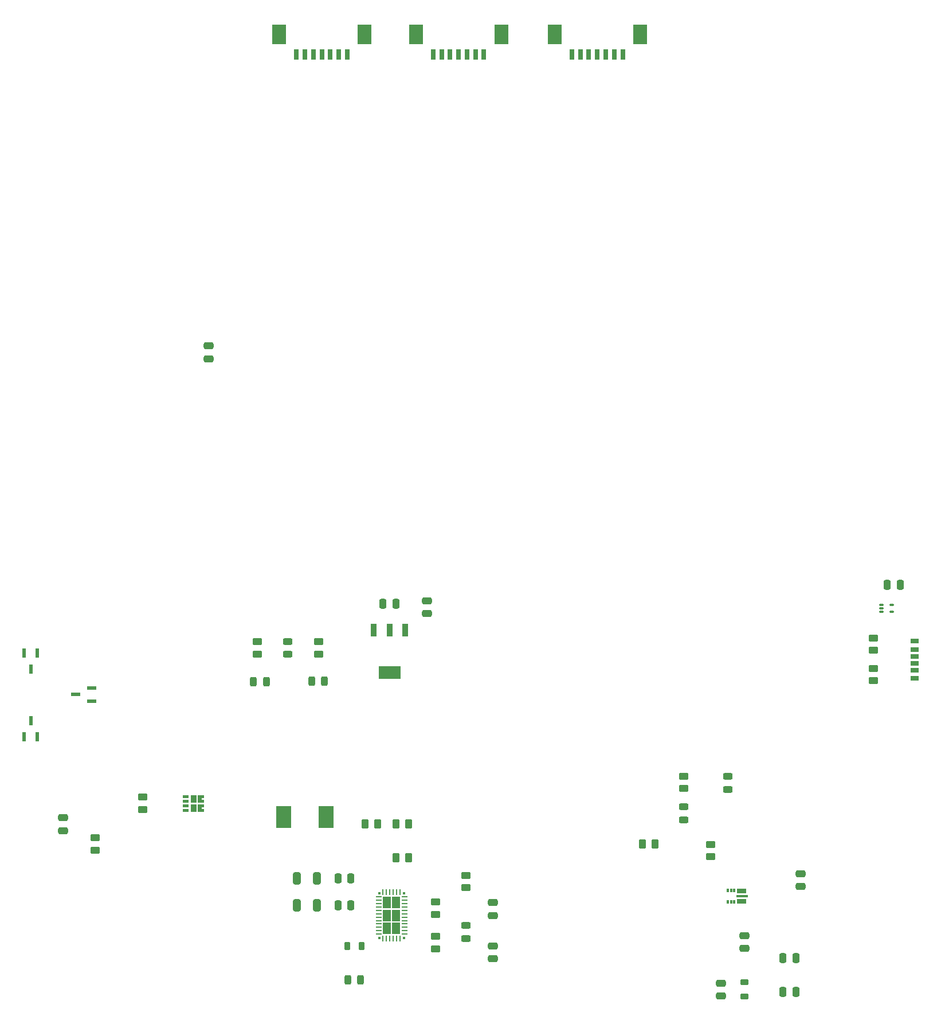
<source format=gtp>
G04 #@! TF.GenerationSoftware,KiCad,Pcbnew,8.0.6*
G04 #@! TF.CreationDate,2025-01-26T17:26:35-05:00*
G04 #@! TF.ProjectId,Main_Board_Rev1,4d61696e-5f42-46f6-9172-645f52657631,rev?*
G04 #@! TF.SameCoordinates,Original*
G04 #@! TF.FileFunction,Paste,Top*
G04 #@! TF.FilePolarity,Positive*
%FSLAX46Y46*%
G04 Gerber Fmt 4.6, Leading zero omitted, Abs format (unit mm)*
G04 Created by KiCad (PCBNEW 8.0.6) date 2025-01-26 17:26:35*
%MOMM*%
%LPD*%
G01*
G04 APERTURE LIST*
G04 Aperture macros list*
%AMRoundRect*
0 Rectangle with rounded corners*
0 $1 Rounding radius*
0 $2 $3 $4 $5 $6 $7 $8 $9 X,Y pos of 4 corners*
0 Add a 4 corners polygon primitive as box body*
4,1,4,$2,$3,$4,$5,$6,$7,$8,$9,$2,$3,0*
0 Add four circle primitives for the rounded corners*
1,1,$1+$1,$2,$3*
1,1,$1+$1,$4,$5*
1,1,$1+$1,$6,$7*
1,1,$1+$1,$8,$9*
0 Add four rect primitives between the rounded corners*
20,1,$1+$1,$2,$3,$4,$5,0*
20,1,$1+$1,$4,$5,$6,$7,0*
20,1,$1+$1,$6,$7,$8,$9,0*
20,1,$1+$1,$8,$9,$2,$3,0*%
G04 Aperture macros list end*
%ADD10C,0.010000*%
%ADD11RoundRect,0.250000X0.262500X0.450000X-0.262500X0.450000X-0.262500X-0.450000X0.262500X-0.450000X0*%
%ADD12R,1.450000X0.800000*%
%ADD13R,0.300000X0.600000*%
%ADD14R,1.725000X0.300000*%
%ADD15RoundRect,0.250000X0.450000X-0.262500X0.450000X0.262500X-0.450000X0.262500X-0.450000X-0.262500X0*%
%ADD16RoundRect,0.250000X-0.475000X0.250000X-0.475000X-0.250000X0.475000X-0.250000X0.475000X0.250000X0*%
%ADD17RoundRect,0.250000X0.250000X0.475000X-0.250000X0.475000X-0.250000X-0.475000X0.250000X-0.475000X0*%
%ADD18RoundRect,0.243750X-0.243750X-0.456250X0.243750X-0.456250X0.243750X0.456250X-0.243750X0.456250X0*%
%ADD19R,0.800000X1.600000*%
%ADD20R,2.100000X3.000000*%
%ADD21R,1.200000X0.680000*%
%ADD22R,1.200000X0.700000*%
%ADD23R,1.200000X0.800000*%
%ADD24R,2.184400X3.200400*%
%ADD25RoundRect,0.243750X0.243750X0.456250X-0.243750X0.456250X-0.243750X-0.456250X0.243750X-0.456250X0*%
%ADD26R,1.320800X0.558800*%
%ADD27RoundRect,0.250000X-0.250000X-0.475000X0.250000X-0.475000X0.250000X0.475000X-0.250000X0.475000X0*%
%ADD28RoundRect,0.243750X-0.456250X0.243750X-0.456250X-0.243750X0.456250X-0.243750X0.456250X0.243750X0*%
%ADD29RoundRect,0.243750X0.456250X-0.243750X0.456250X0.243750X-0.456250X0.243750X-0.456250X-0.243750X0*%
%ADD30RoundRect,0.037500X-0.262500X-0.112500X0.262500X-0.112500X0.262500X0.112500X-0.262500X0.112500X0*%
%ADD31RoundRect,0.037500X-0.292500X-0.112500X0.292500X-0.112500X0.292500X0.112500X-0.292500X0.112500X0*%
%ADD32RoundRect,0.250000X-0.262500X-0.450000X0.262500X-0.450000X0.262500X0.450000X-0.262500X0.450000X0*%
%ADD33R,0.812800X0.228600*%
%ADD34R,0.228600X0.812800*%
%ADD35R,1.193800X1.727200*%
%ADD36R,0.381000X0.381000*%
%ADD37RoundRect,0.250000X0.325000X0.650000X-0.325000X0.650000X-0.325000X-0.650000X0.325000X-0.650000X0*%
%ADD38R,0.558800X1.320800*%
%ADD39RoundRect,0.250000X-0.450000X0.262500X-0.450000X-0.262500X0.450000X-0.262500X0.450000X0.262500X0*%
%ADD40RoundRect,0.250000X0.475000X-0.250000X0.475000X0.250000X-0.475000X0.250000X-0.475000X-0.250000X0*%
%ADD41RoundRect,0.218750X-0.381250X0.218750X-0.381250X-0.218750X0.381250X-0.218750X0.381250X0.218750X0*%
%ADD42R,0.900000X1.850000*%
%ADD43R,3.200000X1.850000*%
%ADD44RoundRect,0.218750X0.218750X0.381250X-0.218750X0.381250X-0.218750X-0.381250X0.218750X-0.381250X0*%
G04 APERTURE END LIST*
D10*
X56265000Y-135160000D02*
X55485000Y-135160000D01*
X55485000Y-134830000D01*
X56265000Y-134830000D01*
X56265000Y-135160000D01*
G36*
X56265000Y-135160000D02*
G01*
X55485000Y-135160000D01*
X55485000Y-134830000D01*
X56265000Y-134830000D01*
X56265000Y-135160000D01*
G37*
X56265000Y-135830000D02*
X55485000Y-135830000D01*
X55485000Y-135500000D01*
X56265000Y-135500000D01*
X56265000Y-135830000D01*
G36*
X56265000Y-135830000D02*
G01*
X55485000Y-135830000D01*
X55485000Y-135500000D01*
X56265000Y-135500000D01*
X56265000Y-135830000D01*
G37*
X56265000Y-136500000D02*
X55485000Y-136500000D01*
X55485000Y-136170000D01*
X56265000Y-136170000D01*
X56265000Y-136500000D01*
G36*
X56265000Y-136500000D02*
G01*
X55485000Y-136500000D01*
X55485000Y-136170000D01*
X56265000Y-136170000D01*
X56265000Y-136500000D01*
G37*
X56265000Y-137170000D02*
X55485000Y-137170000D01*
X55485000Y-136840000D01*
X56265000Y-136840000D01*
X56265000Y-137170000D01*
G36*
X56265000Y-137170000D02*
G01*
X55485000Y-137170000D01*
X55485000Y-136840000D01*
X56265000Y-136840000D01*
X56265000Y-137170000D01*
G37*
X57450000Y-135830000D02*
X56640000Y-135830000D01*
X56640000Y-134839000D01*
X57450000Y-134839000D01*
X57450000Y-135830000D01*
G36*
X57450000Y-135830000D02*
G01*
X56640000Y-135830000D01*
X56640000Y-134839000D01*
X57450000Y-134839000D01*
X57450000Y-135830000D01*
G37*
X57450000Y-137161000D02*
X56640000Y-137161000D01*
X56640000Y-136170000D01*
X57450000Y-136170000D01*
X57450000Y-137161000D01*
G36*
X57450000Y-137161000D02*
G01*
X56640000Y-137161000D01*
X56640000Y-136170000D01*
X57450000Y-136170000D01*
X57450000Y-137161000D01*
G37*
X58510000Y-135165000D02*
X58160000Y-135165000D01*
X58160000Y-135505000D01*
X58510000Y-135505000D01*
X58510000Y-135830000D01*
X57700000Y-135830000D01*
X57700000Y-134840000D01*
X58510000Y-134840000D01*
X58510000Y-135165000D01*
G36*
X58510000Y-135165000D02*
G01*
X58160000Y-135165000D01*
X58160000Y-135505000D01*
X58510000Y-135505000D01*
X58510000Y-135830000D01*
X57700000Y-135830000D01*
X57700000Y-134840000D01*
X58510000Y-134840000D01*
X58510000Y-135165000D01*
G37*
X58510000Y-136495000D02*
X58160000Y-136495000D01*
X58160000Y-136835000D01*
X58510000Y-136835000D01*
X58510000Y-137160000D01*
X57700000Y-137160000D01*
X57700000Y-136170000D01*
X58510000Y-136170000D01*
X58510000Y-136495000D01*
G36*
X58510000Y-136495000D02*
G01*
X58160000Y-136495000D01*
X58160000Y-136835000D01*
X58510000Y-136835000D01*
X58510000Y-137160000D01*
X57700000Y-137160000D01*
X57700000Y-136170000D01*
X58510000Y-136170000D01*
X58510000Y-136495000D01*
G37*
D11*
X125200000Y-142000000D03*
X123375000Y-142000000D03*
D12*
X137975000Y-149000000D03*
D13*
X136925000Y-148900000D03*
X136475000Y-148900000D03*
X136025000Y-148900000D03*
X136025000Y-150600000D03*
X136475000Y-150600000D03*
X136925000Y-150600000D03*
D12*
X137975000Y-150500000D03*
D14*
X138112500Y-149750000D03*
D15*
X157500000Y-117912500D03*
X157500000Y-116087500D03*
D16*
X138475000Y-155550000D03*
X138475000Y-157450000D03*
D11*
X88799976Y-139070108D03*
X86974976Y-139070108D03*
D16*
X101299976Y-150670108D03*
X101299976Y-152570108D03*
D17*
X80299976Y-151070108D03*
X78399976Y-151070108D03*
D18*
X79862476Y-162070108D03*
X81737476Y-162070108D03*
D15*
X42500000Y-142912500D03*
X42500000Y-141087500D03*
D19*
X79750000Y-25400000D03*
X78500000Y-25400000D03*
X77250000Y-25400000D03*
X76000000Y-25400000D03*
X74750000Y-25400000D03*
X73500000Y-25400000D03*
X72250000Y-25400000D03*
D20*
X82300000Y-22500000D03*
X69700000Y-22500000D03*
D21*
X163620000Y-115320000D03*
D22*
X163620000Y-113300000D03*
D23*
X163620000Y-112070000D03*
D22*
X163620000Y-114320000D03*
X163620000Y-116340000D03*
D23*
X163620000Y-117570000D03*
D24*
X70375800Y-138000000D03*
X76624200Y-138000000D03*
D25*
X67788400Y-118062500D03*
X65913400Y-118062500D03*
D26*
X42000000Y-120905000D03*
X42000000Y-119000000D03*
X39612400Y-119952500D03*
D27*
X159550000Y-103750000D03*
X161450000Y-103750000D03*
D28*
X135975000Y-132062500D03*
X135975000Y-133937500D03*
D29*
X129475000Y-138421500D03*
X129475000Y-136546500D03*
D27*
X85050000Y-106562500D03*
X86950000Y-106562500D03*
D15*
X133475000Y-143912500D03*
X133475000Y-142087500D03*
D27*
X78399976Y-147070108D03*
X80299976Y-147070108D03*
D30*
X158715000Y-106700000D03*
X158715000Y-107200000D03*
X158715000Y-107700000D03*
D31*
X160185000Y-107700000D03*
X160185000Y-106700000D03*
D15*
X92799976Y-152395108D03*
X92799976Y-150570108D03*
D32*
X86974976Y-144070108D03*
X88799976Y-144070108D03*
D33*
X84407676Y-149819415D03*
X84407676Y-150319541D03*
X84407676Y-150819667D03*
X84407676Y-151319793D03*
X84407676Y-151819919D03*
X84407676Y-152320045D03*
X84407676Y-152820171D03*
X84407676Y-153320297D03*
X84407676Y-153820423D03*
X84407676Y-154320549D03*
X84407676Y-154820675D03*
X84407676Y-155320801D03*
D34*
X85049661Y-155973708D03*
X85549787Y-155973708D03*
X86049913Y-155973708D03*
X86550039Y-155973708D03*
X87050165Y-155973708D03*
X87550291Y-155973708D03*
D33*
X88192276Y-155320801D03*
X88192276Y-154820675D03*
X88192276Y-154320549D03*
X88192276Y-153820423D03*
X88192276Y-153320297D03*
X88192276Y-152820171D03*
X88192276Y-152320045D03*
X88192276Y-151819919D03*
X88192276Y-151319793D03*
X88192276Y-150819667D03*
X88192276Y-150319541D03*
X88192276Y-149819415D03*
D34*
X87550291Y-149166508D03*
X87050165Y-149166508D03*
X86550039Y-149166508D03*
X86049913Y-149166508D03*
X85549787Y-149166508D03*
X85049661Y-149166508D03*
D35*
X85599952Y-150640108D03*
X87000000Y-150640108D03*
X85599952Y-152570108D03*
X87000000Y-152570108D03*
X85599952Y-154500000D03*
X87000000Y-154500000D03*
D36*
X84487476Y-149257607D03*
X84487476Y-155882609D03*
X88112476Y-155882609D03*
X88112476Y-149257607D03*
D19*
X99950000Y-25400000D03*
X98700000Y-25400000D03*
X97450000Y-25400000D03*
X96200000Y-25400000D03*
X94950000Y-25400000D03*
X93700000Y-25400000D03*
X92450000Y-25400000D03*
D20*
X102500000Y-22500000D03*
X89900000Y-22500000D03*
D28*
X97299976Y-154078500D03*
X97299976Y-155953500D03*
D19*
X120450000Y-25400000D03*
X119200000Y-25400000D03*
X117950000Y-25400000D03*
X116700000Y-25400000D03*
X115450000Y-25400000D03*
X114200000Y-25400000D03*
X112950000Y-25400000D03*
D20*
X123000000Y-22500000D03*
X110400000Y-22500000D03*
D37*
X75274976Y-147070108D03*
X72324976Y-147070108D03*
D16*
X101299976Y-157070108D03*
X101299976Y-158970108D03*
D15*
X97299976Y-148482608D03*
X97299976Y-146657608D03*
D38*
X32047500Y-126193800D03*
X33952500Y-126193800D03*
X33000000Y-123806200D03*
D37*
X75274976Y-151070108D03*
X72324976Y-151070108D03*
D39*
X75500000Y-112150000D03*
X75500000Y-113975000D03*
D40*
X134975000Y-164450000D03*
X134975000Y-162550000D03*
D27*
X144125000Y-158900000D03*
X146025000Y-158900000D03*
D41*
X138475000Y-162437500D03*
X138475000Y-164562500D03*
D11*
X84212476Y-139070108D03*
X82387476Y-139070108D03*
D39*
X66500000Y-112150000D03*
X66500000Y-113975000D03*
D16*
X59255000Y-68475000D03*
X59255000Y-70375000D03*
D27*
X144125000Y-163900000D03*
X146025000Y-163900000D03*
D18*
X74512500Y-118000000D03*
X76387500Y-118000000D03*
D15*
X92799976Y-157482608D03*
X92799976Y-155657608D03*
D28*
X71000000Y-112125000D03*
X71000000Y-114000000D03*
D39*
X129475000Y-132000000D03*
X129475000Y-133825000D03*
D38*
X33952500Y-113806200D03*
X32047500Y-113806200D03*
X33000000Y-116193800D03*
D16*
X146750000Y-146400000D03*
X146750000Y-148300000D03*
D42*
X88300000Y-110462500D03*
X86000000Y-110462500D03*
X83700000Y-110462500D03*
D43*
X86000000Y-116662500D03*
D39*
X157500000Y-111587500D03*
X157500000Y-113412500D03*
D44*
X81862476Y-157070108D03*
X79737476Y-157070108D03*
D40*
X37770000Y-140035720D03*
X37770000Y-138135720D03*
X91500000Y-108012500D03*
X91500000Y-106112500D03*
D39*
X49500000Y-135087500D03*
X49500000Y-136912500D03*
M02*

</source>
